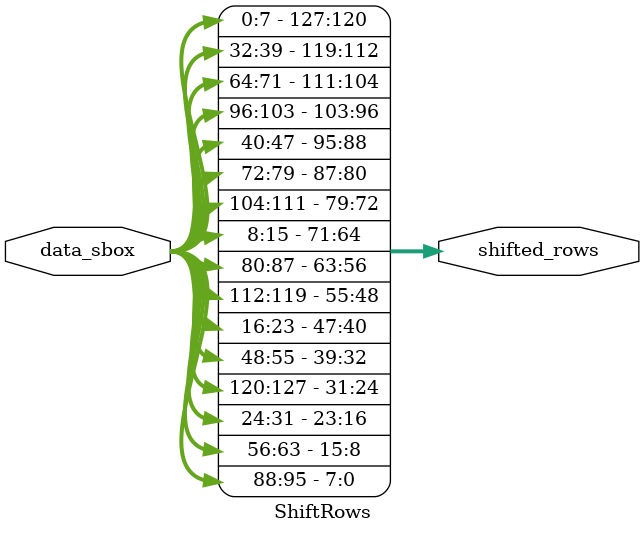
<source format=v>

module ShiftRows 
//-----------------Ports-----------------\\
(
    input  wire [0:127] data_sbox,

    output wire [0:127] shifted_rows
);

// //-----------------Original-----------------\\
// first_row  = {data_sbox[0:7],data_sbox[32:39],data_sbox[64:71],data_sbox[96:103]};
// second_row = {data_sbox[8:15],data_sbox[40:47],data_sbox[72:79],data_sbox[104:111]};
// third_row  = {data_sbox[16:23],data_sbox[48:55],data_sbox[80:87],data_sbox[112:119]};
// fourth_row = {data_sbox[24:31],data_sbox[56:63],data_sbox[88:95],data_sbox[120:127]};

//-----------------Output logic-----------------\\
assign shifted_rows = {
    data_sbox[0:7],     data_sbox[32:39],   data_sbox[64:71],   data_sbox[96:103],  //  first row shifted by zero bytes
    data_sbox[40:47],   data_sbox[72:79],   data_sbox[104:111], data_sbox[8:15],    //  second row shifted by one bytes
    data_sbox[80:87],   data_sbox[112:119], data_sbox[16:23],   data_sbox[48:55],   //  third row shifted by two bytes
    data_sbox[120:127], data_sbox[24:31],   data_sbox[56:63],   data_sbox[88:95]    //  fourth row shifted by three bytes
};

endmodule

</source>
